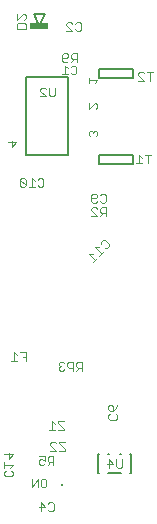
<source format=gbr>
G04 EAGLE Gerber RS-274X export*
G75*
%MOMM*%
%FSLAX34Y34*%
%LPD*%
%INSilkscreen Bottom*%
%IPPOS*%
%AMOC8*
5,1,8,0,0,1.08239X$1,22.5*%
G01*
%ADD10C,0.076200*%
%ADD11C,0.203200*%
%ADD12C,0.101600*%
%ADD13C,0.152400*%
%ADD14R,0.200000X0.200000*%
%ADD15R,1.574800X0.609600*%


D10*
X133017Y89388D02*
X134245Y88159D01*
X134245Y85701D01*
X133017Y84473D01*
X128102Y84473D01*
X126873Y85701D01*
X126873Y88159D01*
X128102Y89388D01*
X133017Y94414D02*
X134245Y96872D01*
X133017Y94414D02*
X130559Y91957D01*
X128102Y91957D01*
X126873Y93186D01*
X126873Y95643D01*
X128102Y96872D01*
X129330Y96872D01*
X130559Y95643D01*
X130559Y91957D01*
X98826Y419783D02*
X100055Y421011D01*
X102513Y421011D01*
X103741Y419783D01*
X103741Y414868D01*
X102513Y413639D01*
X100055Y413639D01*
X98826Y414868D01*
X96257Y413639D02*
X91342Y413639D01*
X96257Y413639D02*
X91342Y418554D01*
X91342Y419783D01*
X92571Y421011D01*
X95028Y421011D01*
X96257Y419783D01*
X76959Y14357D02*
X75730Y13129D01*
X76959Y14357D02*
X79416Y14357D01*
X80645Y13129D01*
X80645Y8214D01*
X79416Y6985D01*
X76959Y6985D01*
X75730Y8214D01*
X69475Y6985D02*
X69475Y14357D01*
X73161Y10671D01*
X68246Y10671D01*
X119926Y274241D02*
X121155Y275469D01*
X123612Y275469D01*
X124841Y274241D01*
X124841Y269326D01*
X123612Y268097D01*
X121155Y268097D01*
X119926Y269326D01*
X117357Y269326D02*
X116128Y268097D01*
X113671Y268097D01*
X112442Y269326D01*
X112442Y274241D01*
X113671Y275469D01*
X116128Y275469D01*
X117357Y274241D01*
X117357Y273012D01*
X116128Y271783D01*
X112442Y271783D01*
X104621Y133229D02*
X104621Y125857D01*
X104621Y133229D02*
X100935Y133229D01*
X99707Y132001D01*
X99707Y129543D01*
X100935Y128314D01*
X104621Y128314D01*
X102164Y128314D02*
X99707Y125857D01*
X97137Y125857D02*
X97137Y133229D01*
X93451Y133229D01*
X92222Y132001D01*
X92222Y129543D01*
X93451Y128314D01*
X97137Y128314D01*
X89653Y132001D02*
X88424Y133229D01*
X85967Y133229D01*
X84738Y132001D01*
X84738Y130772D01*
X85967Y129543D01*
X87196Y129543D01*
X85967Y129543D02*
X84738Y128314D01*
X84738Y127086D01*
X85967Y125857D01*
X88424Y125857D01*
X89653Y127086D01*
X89249Y82843D02*
X84334Y82843D01*
X84334Y81615D01*
X89249Y76700D01*
X89249Y75471D01*
X84334Y75471D01*
X81765Y80386D02*
X79308Y82843D01*
X79308Y75471D01*
X81765Y75471D02*
X76850Y75471D01*
X85350Y65571D02*
X90265Y65571D01*
X85350Y65571D02*
X85350Y64343D01*
X90265Y59428D01*
X90265Y58199D01*
X85350Y58199D01*
X82781Y58199D02*
X77866Y58199D01*
X82781Y58199D02*
X77866Y63114D01*
X77866Y64343D01*
X79095Y65571D01*
X81552Y65571D01*
X82781Y64343D01*
D11*
X92710Y308864D02*
X57150Y308864D01*
X92710Y308864D02*
X92710Y374396D01*
X57150Y374396D01*
X57150Y308864D01*
D12*
X116422Y324446D02*
X117608Y325632D01*
X117608Y328005D01*
X116422Y329191D01*
X115235Y329191D01*
X114049Y328005D01*
X114049Y326819D01*
X114049Y328005D02*
X112863Y329191D01*
X111676Y329191D01*
X110490Y328005D01*
X110490Y325632D01*
X111676Y324446D01*
X49028Y319163D02*
X41910Y319163D01*
X45469Y315604D02*
X49028Y319163D01*
X45469Y320349D02*
X45469Y315604D01*
X115235Y369180D02*
X117608Y371553D01*
X110490Y371553D01*
X110490Y373925D02*
X110490Y369180D01*
X110584Y352305D02*
X110584Y347560D01*
X115329Y352305D01*
X116516Y352305D01*
X117702Y351119D01*
X117702Y348746D01*
X116516Y347560D01*
D10*
X81643Y359242D02*
X81643Y365385D01*
X81643Y359242D02*
X80415Y358013D01*
X77957Y358013D01*
X76728Y359242D01*
X76728Y365385D01*
X74159Y358013D02*
X69244Y358013D01*
X74159Y358013D02*
X69244Y362928D01*
X69244Y364157D01*
X70473Y365385D01*
X72930Y365385D01*
X74159Y364157D01*
X95034Y382953D02*
X96263Y384181D01*
X98720Y384181D01*
X99949Y382953D01*
X99949Y378038D01*
X98720Y376809D01*
X96263Y376809D01*
X95034Y378038D01*
X92465Y381724D02*
X90007Y384181D01*
X90007Y376809D01*
X87550Y376809D02*
X92465Y376809D01*
X68196Y288931D02*
X66967Y287703D01*
X68196Y288931D02*
X70653Y288931D01*
X71882Y287703D01*
X71882Y282788D01*
X70653Y281559D01*
X68196Y281559D01*
X66967Y282788D01*
X64398Y286474D02*
X61940Y288931D01*
X61940Y281559D01*
X59483Y281559D02*
X64398Y281559D01*
X56914Y282788D02*
X56914Y287703D01*
X55685Y288931D01*
X53228Y288931D01*
X51999Y287703D01*
X51999Y282788D01*
X53228Y281559D01*
X55685Y281559D01*
X56914Y282788D01*
X51999Y287703D01*
X120284Y234735D02*
X120284Y232997D01*
X120284Y234735D02*
X122021Y236472D01*
X123759Y236472D01*
X127234Y232997D01*
X127234Y231259D01*
X125497Y229522D01*
X123759Y229522D01*
X119336Y230311D02*
X115860Y230311D01*
X121073Y225098D01*
X119336Y223361D02*
X122811Y226836D01*
X114044Y225019D02*
X110568Y225019D01*
X115781Y219806D01*
X114044Y218069D02*
X117519Y221544D01*
D13*
X146300Y55090D02*
X146300Y38890D01*
X117860Y38890D02*
X117860Y55090D01*
X126860Y38890D02*
X137300Y38890D01*
X127800Y55090D02*
X126860Y55090D01*
X136360Y55090D02*
X137300Y55090D01*
X118800Y55090D02*
X117860Y55090D01*
X145360Y55090D02*
X146300Y55090D01*
X146300Y38890D02*
X145360Y38890D01*
X118800Y38890D02*
X117860Y38890D01*
D10*
X138539Y44790D02*
X138539Y50933D01*
X138539Y44790D02*
X137311Y43561D01*
X134853Y43561D01*
X133624Y44790D01*
X133624Y50933D01*
X127369Y50933D02*
X127369Y43561D01*
X131055Y47247D02*
X127369Y50933D01*
X126140Y47247D02*
X131055Y47247D01*
D14*
X87900Y29210D03*
D10*
X73320Y34423D02*
X70863Y34423D01*
X73320Y34423D02*
X74549Y33195D01*
X74549Y28280D01*
X73320Y27051D01*
X70863Y27051D01*
X69634Y28280D01*
X69634Y33195D01*
X70863Y34423D01*
X67065Y34423D02*
X67065Y27051D01*
X62150Y27051D02*
X67065Y34423D01*
X62150Y34423D02*
X62150Y27051D01*
D13*
X119253Y308610D02*
X148209Y308610D01*
X119253Y308610D02*
X119253Y300990D01*
X148209Y300990D01*
X148209Y308610D01*
D10*
X160357Y308743D02*
X160357Y301371D01*
X162814Y308743D02*
X157899Y308743D01*
X155330Y306286D02*
X152872Y308743D01*
X152872Y301371D01*
X150415Y301371D02*
X155330Y301371D01*
X80391Y53473D02*
X80391Y46101D01*
X80391Y53473D02*
X76705Y53473D01*
X75476Y52245D01*
X75476Y49787D01*
X76705Y48558D01*
X80391Y48558D01*
X77934Y48558D02*
X75476Y46101D01*
X72907Y53473D02*
X67992Y53473D01*
X72907Y53473D02*
X72907Y49787D01*
X70449Y51016D01*
X69221Y51016D01*
X67992Y49787D01*
X67992Y47330D01*
X69221Y46101D01*
X71678Y46101D01*
X72907Y47330D01*
D11*
X68580Y417910D02*
X73580Y427910D01*
X63580Y427910D02*
X68580Y417910D01*
X63580Y427910D02*
X73580Y427910D01*
D15*
X68580Y417322D03*
D10*
X56775Y415435D02*
X49403Y415435D01*
X49403Y419121D01*
X50632Y420350D01*
X55547Y420350D01*
X56775Y419121D01*
X56775Y415435D01*
X49403Y422919D02*
X49403Y427834D01*
X49403Y422919D02*
X54318Y427834D01*
X55547Y427834D01*
X56775Y426605D01*
X56775Y424148D01*
X55547Y422919D01*
X100457Y394595D02*
X100457Y387223D01*
X100457Y394595D02*
X96771Y394595D01*
X95542Y393367D01*
X95542Y390909D01*
X96771Y389680D01*
X100457Y389680D01*
X98000Y389680D02*
X95542Y387223D01*
X92973Y388452D02*
X91744Y387223D01*
X89287Y387223D01*
X88058Y388452D01*
X88058Y393367D01*
X89287Y394595D01*
X91744Y394595D01*
X92973Y393367D01*
X92973Y392138D01*
X91744Y390909D01*
X88058Y390909D01*
X57277Y141357D02*
X57277Y133985D01*
X57277Y141357D02*
X52362Y141357D01*
X54820Y137671D02*
X57277Y137671D01*
X49793Y138900D02*
X47335Y141357D01*
X47335Y133985D01*
X44878Y133985D02*
X49793Y133985D01*
X44879Y41263D02*
X46107Y40035D01*
X46107Y37577D01*
X44879Y36349D01*
X39964Y36349D01*
X38735Y37577D01*
X38735Y40035D01*
X39964Y41263D01*
X43650Y43833D02*
X46107Y46290D01*
X38735Y46290D01*
X38735Y43833D02*
X38735Y48748D01*
X38735Y55003D02*
X46107Y55003D01*
X42421Y51317D01*
X42421Y56232D01*
D13*
X119126Y373380D02*
X148082Y373380D01*
X148082Y381000D01*
X119126Y381000D01*
X119126Y373380D01*
D10*
X162244Y371475D02*
X162244Y378847D01*
X164701Y378847D02*
X159786Y378847D01*
X157217Y371475D02*
X152302Y371475D01*
X157217Y371475D02*
X152302Y376390D01*
X152302Y377619D01*
X153531Y378847D01*
X155988Y378847D01*
X157217Y377619D01*
X124841Y264293D02*
X124841Y256921D01*
X124841Y264293D02*
X121155Y264293D01*
X119926Y263065D01*
X119926Y260607D01*
X121155Y259378D01*
X124841Y259378D01*
X122384Y259378D02*
X119926Y256921D01*
X117357Y256921D02*
X112442Y256921D01*
X117357Y256921D02*
X112442Y261836D01*
X112442Y263065D01*
X113671Y264293D01*
X116128Y264293D01*
X117357Y263065D01*
M02*

</source>
